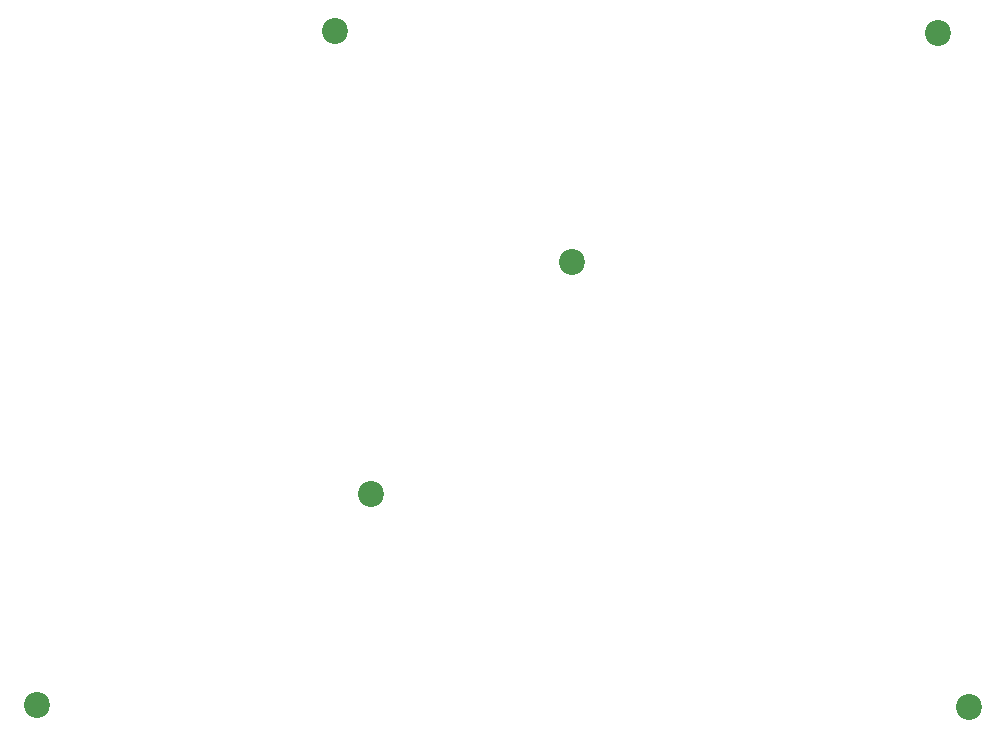
<source format=gbr>
%TF.GenerationSoftware,KiCad,Pcbnew,7.0.5*%
%TF.CreationDate,2024-01-01T18:42:22-08:00*%
%TF.ProjectId,plate,706c6174-652e-46b6-9963-61645f706362,rev?*%
%TF.SameCoordinates,Original*%
%TF.FileFunction,Soldermask,Bot*%
%TF.FilePolarity,Negative*%
%FSLAX46Y46*%
G04 Gerber Fmt 4.6, Leading zero omitted, Abs format (unit mm)*
G04 Created by KiCad (PCBNEW 7.0.5) date 2024-01-01 18:42:22*
%MOMM*%
%LPD*%
G01*
G04 APERTURE LIST*
%ADD10C,2.200000*%
G04 APERTURE END LIST*
D10*
%TO.C,H1*%
X133000000Y-77400000D03*
%TD*%
%TO.C,H4*%
X136100000Y-116600000D03*
%TD*%
%TO.C,H2*%
X184100000Y-77600000D03*
%TD*%
%TO.C,H6*%
X186700000Y-134700000D03*
%TD*%
%TO.C,H5*%
X107800000Y-134500000D03*
%TD*%
%TO.C,H3*%
X153100000Y-97000000D03*
%TD*%
M02*

</source>
